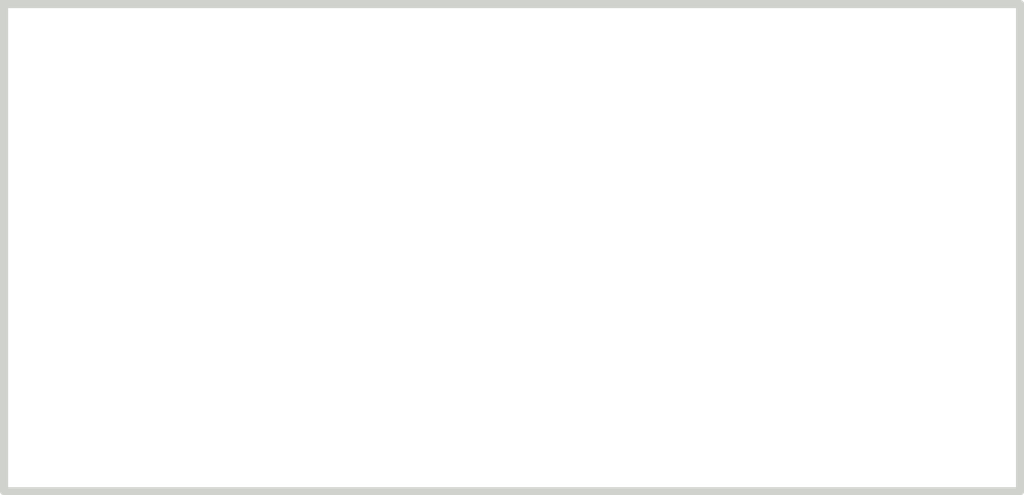
<source format=kicad_pcb>
(kicad_pcb (version 20221018) (generator pcbnew)

  (general
    (thickness 1.6)
  )

  (paper "A4")
  (layers
    (0 "F.Cu" signal)
    (31 "B.Cu" signal)
    (32 "B.Adhes" user "B.Adhesive")
    (33 "F.Adhes" user "F.Adhesive")
    (34 "B.Paste" user)
    (35 "F.Paste" user)
    (36 "B.SilkS" user "B.Silkscreen")
    (37 "F.SilkS" user "F.Silkscreen")
    (38 "B.Mask" user)
    (39 "F.Mask" user)
    (40 "Dwgs.User" user "User.Drawings")
    (41 "Cmts.User" user "User.Comments")
    (42 "Eco1.User" user "User.Eco1")
    (43 "Eco2.User" user "User.Eco2")
    (44 "Edge.Cuts" user)
    (45 "Margin" user)
    (46 "B.CrtYd" user "B.Courtyard")
    (47 "F.CrtYd" user "F.Courtyard")
    (48 "B.Fab" user)
    (49 "F.Fab" user)
    (50 "User.1" user)
    (51 "User.2" user)
    (52 "User.3" user)
    (53 "User.4" user)
    (54 "User.5" user)
    (55 "User.6" user)
    (56 "User.7" user)
    (57 "User.8" user)
    (58 "User.9" user)
  )

  (setup
    (pad_to_mask_clearance 0)
    (pcbplotparams
      (layerselection 0x00010fc_ffffffff)
      (plot_on_all_layers_selection 0x0000000_00000000)
      (disableapertmacros false)
      (usegerberextensions false)
      (usegerberattributes true)
      (usegerberadvancedattributes true)
      (creategerberjobfile true)
      (dashed_line_dash_ratio 12.000000)
      (dashed_line_gap_ratio 3.000000)
      (svgprecision 4)
      (plotframeref false)
      (viasonmask false)
      (mode 1)
      (useauxorigin false)
      (hpglpennumber 1)
      (hpglpenspeed 20)
      (hpglpendiameter 15.000000)
      (dxfpolygonmode true)
      (dxfimperialunits true)
      (dxfusepcbnewfont true)
      (psnegative false)
      (psa4output false)
      (plotreference true)
      (plotvalue true)
      (plotinvisibletext false)
      (sketchpadsonfab false)
      (subtractmaskfromsilk false)
      (outputformat 1)
      (mirror false)
      (drillshape 1)
      (scaleselection 1)
      (outputdirectory "")
    )
  )

  (net 0 "")

  (gr_rect (start 100 100) (end 125 112)
    (stroke (width 0.2) (type default)) (fill none) (layer "Edge.Cuts") (tstamp 52bc35b0-9efd-45a9-ad94-32856ef24195))

)

</source>
